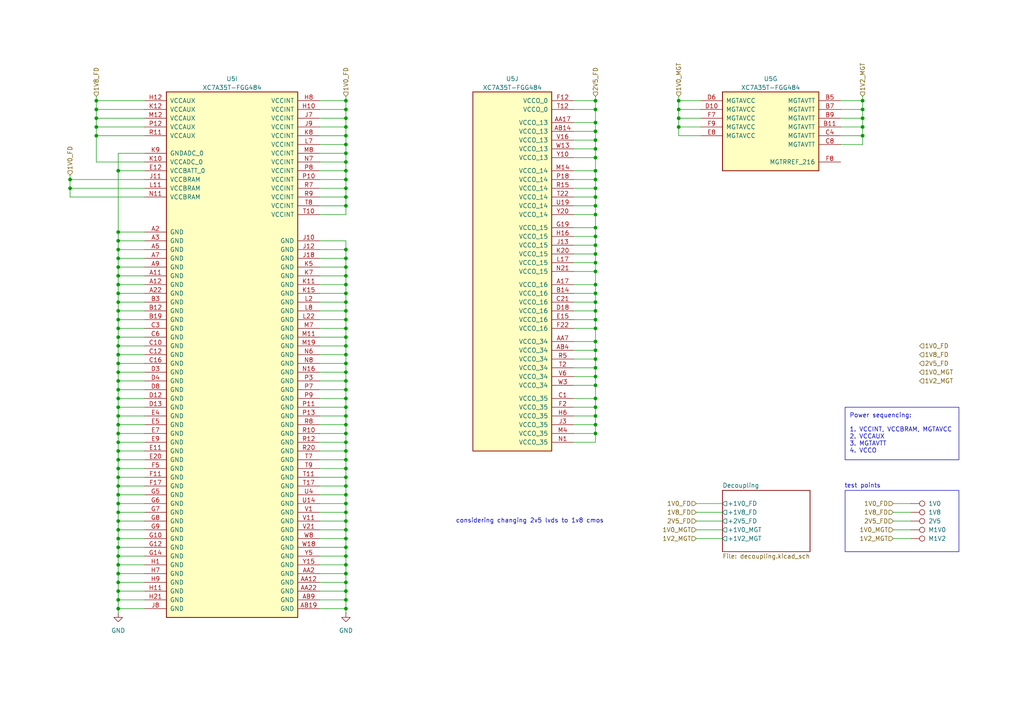
<source format=kicad_sch>
(kicad_sch (version 20250114) (generator "eeschema") (generator_version "9.0")
  (paper "A4")
  (title_block (title "RPi HwAB HAT+") (date "2025-08-23") (rev "01") (company "Andre S Winkel"))
  (rectangle (start 245.11 142.24) (end 278.13 160.02))
  (rectangle (start 245.11 118.11) (end 278.13 133.35))
  (text "considering changing 2v5 lvds to 1v8 cmos" (at 153.67 151.13 0) (effects (font (size 1.27 1.27))))
  (text "Power sequencing: \n\n1. VCCINT, VCCBRAM, MGTAVCC\n2. VCCAUX\n3. MGTAVTT\n4. VCCO" (at 246.38 125.73 0) (effects (font (size 1.27 1.27)) (justify left)))
  (text "test points" (at 250.19 140.97 0) (effects (font (size 1.27 1.27))))
  (junction (at 100.33 113.03))
  (junction (at 34.29 171.45))
  (junction (at 27.94 34.29))
  (junction (at 34.29 82.55))
  (junction (at 34.29 166.37))
  (junction (at 100.33 87.63))
  (junction (at 34.29 85.09))
  (junction (at 100.33 92.71))
  (junction (at 34.29 168.91))
  (junction (at 250.19 36.83))
  (junction (at 100.33 39.37))
  (junction (at 34.29 95.25))
  (junction (at 34.29 49.53))
  (junction (at 34.29 161.29))
  (junction (at 100.33 82.55))
  (junction (at 250.19 39.37))
  (junction (at 100.33 31.75))
  (junction (at 172.72 101.6))
  (junction (at 100.33 100.33))
  (junction (at 34.29 153.67))
  (junction (at 34.29 156.21))
  (junction (at 172.72 57.15))
  (junction (at 34.29 140.97))
  (junction (at 100.33 107.95))
  (junction (at 100.33 161.29))
  (junction (at 196.85 31.75))
  (junction (at 34.29 135.89))
  (junction (at 172.72 109.22))
  (junction (at 172.72 73.66))
  (junction (at 27.94 39.37))
  (junction (at 172.72 85.09))
  (junction (at 172.72 66.04))
  (junction (at 34.29 97.79))
  (junction (at 172.72 71.12))
  (junction (at 100.33 176.53))
  (junction (at 100.33 115.57))
  (junction (at 100.33 138.43))
  (junction (at 172.72 123.19))
  (junction (at 34.29 113.03))
  (junction (at 172.72 104.14))
  (junction (at 100.33 173.99))
  (junction (at 34.29 80.01))
  (junction (at 100.33 41.91))
  (junction (at 100.33 52.07))
  (junction (at 172.72 82.55))
  (junction (at 100.33 95.25))
  (junction (at 34.29 90.17))
  (junction (at 100.33 105.41))
  (junction (at 100.33 54.61))
  (junction (at 100.33 163.83))
  (junction (at 34.29 158.75))
  (junction (at 172.72 31.75))
  (junction (at 34.29 173.99))
  (junction (at 20.32 52.07))
  (junction (at 100.33 146.05))
  (junction (at 172.72 29.21))
  (junction (at 100.33 166.37))
  (junction (at 172.72 68.58))
  (junction (at 100.33 123.19))
  (junction (at 100.33 102.87))
  (junction (at 100.33 135.89))
  (junction (at 100.33 97.79))
  (junction (at 34.29 110.49))
  (junction (at 34.29 120.65))
  (junction (at 34.29 105.41))
  (junction (at 172.72 54.61))
  (junction (at 100.33 168.91))
  (junction (at 172.72 49.53))
  (junction (at 34.29 69.85))
  (junction (at 34.29 133.35))
  (junction (at 34.29 72.39))
  (junction (at 100.33 74.93))
  (junction (at 100.33 44.45))
  (junction (at 34.29 118.11))
  (junction (at 100.33 171.45))
  (junction (at 172.72 76.2))
  (junction (at 34.29 125.73))
  (junction (at 100.33 57.15))
  (junction (at 172.72 38.1))
  (junction (at 34.29 151.13))
  (junction (at 100.33 125.73))
  (junction (at 34.29 74.93))
  (junction (at 172.72 45.72))
  (junction (at 100.33 120.65))
  (junction (at 100.33 158.75))
  (junction (at 100.33 148.59))
  (junction (at 172.72 115.57))
  (junction (at 20.32 54.61))
  (junction (at 100.33 36.83))
  (junction (at 100.33 151.13))
  (junction (at 196.85 29.21))
  (junction (at 172.72 40.64))
  (junction (at 100.33 77.47))
  (junction (at 100.33 130.81))
  (junction (at 172.72 90.17))
  (junction (at 250.19 31.75))
  (junction (at 100.33 133.35))
  (junction (at 34.29 128.27))
  (junction (at 100.33 90.17))
  (junction (at 100.33 29.21))
  (junction (at 34.29 87.63))
  (junction (at 172.72 120.65))
  (junction (at 34.29 163.83))
  (junction (at 100.33 153.67))
  (junction (at 196.85 34.29))
  (junction (at 100.33 110.49))
  (junction (at 172.72 95.25))
  (junction (at 172.72 118.11))
  (junction (at 172.72 111.76))
  (junction (at 172.72 35.56))
  (junction (at 100.33 34.29))
  (junction (at 172.72 125.73))
  (junction (at 34.29 143.51))
  (junction (at 34.29 115.57))
  (junction (at 27.94 36.83))
  (junction (at 172.72 106.68))
  (junction (at 100.33 85.09))
  (junction (at 172.72 78.74))
  (junction (at 27.94 29.21))
  (junction (at 34.29 102.87))
  (junction (at 34.29 123.19))
  (junction (at 172.72 87.63))
  (junction (at 100.33 118.11))
  (junction (at 34.29 176.53))
  (junction (at 100.33 156.21))
  (junction (at 250.19 29.21))
  (junction (at 34.29 67.31))
  (junction (at 34.29 77.47))
  (junction (at 100.33 128.27))
  (junction (at 100.33 49.53))
  (junction (at 34.29 107.95))
  (junction (at 100.33 143.51))
  (junction (at 100.33 72.39))
  (junction (at 27.94 31.75))
  (junction (at 34.29 100.33))
  (junction (at 172.72 59.69))
  (junction (at 34.29 138.43))
  (junction (at 100.33 59.69))
  (junction (at 172.72 43.18))
  (junction (at 172.72 92.71))
  (junction (at 100.33 80.01))
  (junction (at 172.72 99.06))
  (junction (at 196.85 36.83))
  (junction (at 100.33 46.99))
  (junction (at 34.29 92.71))
  (junction (at 34.29 130.81))
  (junction (at 34.29 146.05))
  (junction (at 100.33 140.97))
  (junction (at 34.29 148.59))
  (junction (at 250.19 34.29))
  (junction (at 172.72 62.23))
  (junction (at 172.72 52.07))
  (wire (pts (xy 172.72 29.21) (xy 172.72 27.94)))
  (wire (pts (xy 100.33 39.37) (xy 100.33 36.83)))
  (wire (pts (xy 34.29 80.01) (xy 34.29 82.55)))
  (wire (pts (xy 100.33 125.73) (xy 100.33 128.27)))
  (wire (pts (xy 201.93 151.13) (xy 209.55 151.13)))
  (wire (pts (xy 92.71 54.61) (xy 100.33 54.61)))
  (wire (pts (xy 27.94 46.99) (xy 27.94 39.37)))
  (wire (pts (xy 100.33 128.27) (xy 92.71 128.27)))
  (wire (pts (xy 20.32 52.07) (xy 41.91 52.07)))
  (wire (pts (xy 34.29 148.59) (xy 34.29 151.13)))
  (wire (pts (xy 100.33 105.41) (xy 92.71 105.41)))
  (wire (pts (xy 172.72 85.09) (xy 166.37 85.09)))
  (wire (pts (xy 34.29 85.09) (xy 41.91 85.09)))
  (wire (pts (xy 172.72 120.65) (xy 172.72 118.11)))
  (wire (pts (xy 34.29 158.75) (xy 34.29 161.29)))
  (wire (pts (xy 92.71 31.75) (xy 100.33 31.75)))
  (wire (pts (xy 34.29 130.81) (xy 41.91 130.81)))
  (wire (pts (xy 34.29 146.05) (xy 34.29 148.59)))
  (wire (pts (xy 34.29 72.39) (xy 34.29 74.93)))
  (wire (pts (xy 100.33 138.43) (xy 92.71 138.43)))
  (wire (pts (xy 100.33 138.43) (xy 100.33 140.97)))
  (wire (pts (xy 172.72 52.07) (xy 166.37 52.07)))
  (wire (pts (xy 100.33 49.53) (xy 100.33 46.99)))
  (wire (pts (xy 172.72 71.12) (xy 166.37 71.12)))
  (wire (pts (xy 100.33 156.21) (xy 92.71 156.21)))
  (wire (pts (xy 172.72 43.18) (xy 172.72 40.64)))
  (wire (pts (xy 34.29 135.89) (xy 41.91 135.89)))
  (wire (pts (xy 243.84 31.75) (xy 250.19 31.75)))
  (wire (pts (xy 100.33 100.33) (xy 92.71 100.33)))
  (wire (pts (xy 172.72 106.68) (xy 166.37 106.68)))
  (wire (pts (xy 34.29 100.33) (xy 34.29 102.87)))
  (wire (pts (xy 100.33 146.05) (xy 92.71 146.05)))
  (wire (pts (xy 34.29 153.67) (xy 34.29 156.21)))
  (wire (pts (xy 34.29 118.11) (xy 34.29 120.65)))
  (wire (pts (xy 100.33 69.85) (xy 100.33 72.39)))
  (wire (pts (xy 34.29 110.49) (xy 34.29 113.03)))
  (wire (pts (xy 27.94 27.94) (xy 27.94 29.21)))
  (wire (pts (xy 100.33 95.25) (xy 100.33 97.79)))
  (wire (pts (xy 34.29 143.51) (xy 41.91 143.51)))
  (wire (pts (xy 243.84 39.37) (xy 250.19 39.37)))
  (wire (pts (xy 100.33 41.91) (xy 100.33 39.37)))
  (wire (pts (xy 34.29 97.79) (xy 34.29 100.33)))
  (wire (pts (xy 172.72 128.27) (xy 172.72 125.73)))
  (wire (pts (xy 34.29 77.47) (xy 34.29 80.01)))
  (wire (pts (xy 243.84 29.21) (xy 250.19 29.21)))
  (wire (pts (xy 92.71 69.85) (xy 100.33 69.85)))
  (wire (pts (xy 100.33 107.95) (xy 92.71 107.95)))
  (wire (pts (xy 100.33 44.45) (xy 100.33 41.91)))
  (wire (pts (xy 100.33 148.59) (xy 100.33 151.13)))
  (wire (pts (xy 172.72 85.09) (xy 172.72 82.55)))
  (wire (pts (xy 172.72 92.71) (xy 166.37 92.71)))
  (wire (pts (xy 172.72 68.58) (xy 172.72 66.04)))
  (wire (pts (xy 100.33 87.63) (xy 100.33 90.17)))
  (wire (pts (xy 34.29 161.29) (xy 41.91 161.29)))
  (wire (pts (xy 34.29 77.47) (xy 41.91 77.47)))
  (wire (pts (xy 27.94 39.37) (xy 41.91 39.37)))
  (wire (pts (xy 172.72 111.76) (xy 172.72 109.22)))
  (wire (pts (xy 100.33 161.29) (xy 92.71 161.29)))
  (wire (pts (xy 172.72 76.2) (xy 166.37 76.2)))
  (wire (pts (xy 92.71 46.99) (xy 100.33 46.99)))
  (wire (pts (xy 100.33 118.11) (xy 92.71 118.11)))
  (wire (pts (xy 34.29 151.13) (xy 34.29 153.67)))
  (wire (pts (xy 34.29 100.33) (xy 41.91 100.33)))
  (wire (pts (xy 259.08 148.59) (xy 264.16 148.59)))
  (wire (pts (xy 34.29 87.63) (xy 41.91 87.63)))
  (wire (pts (xy 100.33 57.15) (xy 100.33 54.61)))
  (wire (pts (xy 100.33 46.99) (xy 100.33 44.45)))
  (wire (pts (xy 166.37 29.21) (xy 172.72 29.21)))
  (wire (pts (xy 27.94 34.29) (xy 27.94 31.75)))
  (wire (pts (xy 196.85 29.21) (xy 203.2 29.21)))
  (wire (pts (xy 172.72 90.17) (xy 172.72 87.63)))
  (wire (pts (xy 100.33 72.39) (xy 92.71 72.39)))
  (wire (pts (xy 92.71 49.53) (xy 100.33 49.53)))
  (wire (pts (xy 34.29 125.73) (xy 34.29 128.27)))
  (wire (pts (xy 172.72 71.12) (xy 172.72 68.58)))
  (wire (pts (xy 100.33 156.21) (xy 100.33 158.75)))
  (wire (pts (xy 34.29 123.19) (xy 41.91 123.19)))
  (wire (pts (xy 34.29 69.85) (xy 34.29 72.39)))
  (wire (pts (xy 34.29 133.35) (xy 41.91 133.35)))
  (wire (pts (xy 100.33 123.19) (xy 92.71 123.19)))
  (wire (pts (xy 34.29 153.67) (xy 41.91 153.67)))
  (wire (pts (xy 34.29 113.03) (xy 34.29 115.57)))
  (wire (pts (xy 34.29 158.75) (xy 41.91 158.75)))
  (wire (pts (xy 34.29 143.51) (xy 34.29 146.05)))
  (wire (pts (xy 172.72 38.1) (xy 166.37 38.1)))
  (wire (pts (xy 34.29 173.99) (xy 41.91 173.99)))
  (wire (pts (xy 34.29 151.13) (xy 41.91 151.13)))
  (wire (pts (xy 172.72 62.23) (xy 166.37 62.23)))
  (wire (pts (xy 34.29 95.25) (xy 34.29 97.79)))
  (wire (pts (xy 34.29 105.41) (xy 41.91 105.41)))
  (wire (pts (xy 27.94 31.75) (xy 27.94 29.21)))
  (wire (pts (xy 100.33 74.93) (xy 92.71 74.93)))
  (wire (pts (xy 250.19 39.37) (xy 250.19 41.91)))
  (wire (pts (xy 34.29 74.93) (xy 41.91 74.93)))
  (wire (pts (xy 100.33 120.65) (xy 92.71 120.65)))
  (wire (pts (xy 172.72 57.15) (xy 172.72 54.61)))
  (wire (pts (xy 172.72 123.19) (xy 166.37 123.19)))
  (wire (pts (xy 166.37 31.75) (xy 172.72 31.75)))
  (wire (pts (xy 201.93 146.05) (xy 209.55 146.05)))
  (wire (pts (xy 92.71 59.69) (xy 100.33 59.69)))
  (wire (pts (xy 34.29 168.91) (xy 41.91 168.91)))
  (wire (pts (xy 100.33 77.47) (xy 92.71 77.47)))
  (wire (pts (xy 100.33 34.29) (xy 100.33 31.75)))
  (wire (pts (xy 100.33 90.17) (xy 100.33 92.71)))
  (wire (pts (xy 100.33 151.13) (xy 100.33 153.67)))
  (wire (pts (xy 34.29 156.21) (xy 41.91 156.21)))
  (wire (pts (xy 34.29 120.65) (xy 41.91 120.65)))
  (wire (pts (xy 100.33 146.05) (xy 100.33 148.59)))
  (wire (pts (xy 20.32 54.61) (xy 20.32 52.07)))
  (wire (pts (xy 34.29 118.11) (xy 41.91 118.11)))
  (wire (pts (xy 196.85 31.75) (xy 196.85 34.29)))
  (wire (pts (xy 100.33 158.75) (xy 100.33 161.29)))
  (wire (pts (xy 172.72 35.56) (xy 172.72 31.75)))
  (wire (pts (xy 41.91 67.31) (xy 34.29 67.31)))
  (wire (pts (xy 172.72 45.72) (xy 166.37 45.72)))
  (wire (pts (xy 100.33 120.65) (xy 100.33 123.19)))
  (wire (pts (xy 34.29 176.53) (xy 34.29 177.8)))
  (wire (pts (xy 100.33 82.55) (xy 92.71 82.55)))
  (wire (pts (xy 100.33 100.33) (xy 100.33 102.87)))
  (wire (pts (xy 100.33 113.03) (xy 92.71 113.03)))
  (wire (pts (xy 34.29 90.17) (xy 34.29 92.71)))
  (wire (pts (xy 172.72 43.18) (xy 166.37 43.18)))
  (wire (pts (xy 250.19 34.29) (xy 250.19 36.83)))
  (wire (pts (xy 34.29 113.03) (xy 41.91 113.03)))
  (wire (pts (xy 34.29 82.55) (xy 41.91 82.55)))
  (wire (pts (xy 172.72 90.17) (xy 166.37 90.17)))
  (wire (pts (xy 34.29 168.91) (xy 34.29 171.45)))
  (wire (pts (xy 34.29 166.37) (xy 41.91 166.37)))
  (wire (pts (xy 201.93 156.21) (xy 209.55 156.21)))
  (wire (pts (xy 27.94 29.21) (xy 41.91 29.21)))
  (wire (pts (xy 100.33 110.49) (xy 100.33 113.03)))
  (wire (pts (xy 172.72 49.53) (xy 172.72 45.72)))
  (wire (pts (xy 196.85 34.29) (xy 203.2 34.29)))
  (wire (pts (xy 172.72 109.22) (xy 166.37 109.22)))
  (wire (pts (xy 172.72 49.53) (xy 166.37 49.53)))
  (wire (pts (xy 100.33 59.69) (xy 100.33 57.15)))
  (wire (pts (xy 34.29 133.35) (xy 34.29 135.89)))
  (wire (pts (xy 100.33 163.83) (xy 100.33 166.37)))
  (wire (pts (xy 100.33 135.89) (xy 100.33 138.43)))
  (wire (pts (xy 20.32 52.07) (xy 20.32 50.8)))
  (wire (pts (xy 100.33 90.17) (xy 92.71 90.17)))
  (wire (pts (xy 92.71 57.15) (xy 100.33 57.15)))
  (wire (pts (xy 100.33 85.09) (xy 100.33 87.63)))
  (wire (pts (xy 100.33 148.59) (xy 92.71 148.59)))
  (wire (pts (xy 172.72 40.64) (xy 172.72 38.1)))
  (wire (pts (xy 100.33 123.19) (xy 100.33 125.73)))
  (wire (pts (xy 34.29 92.71) (xy 41.91 92.71)))
  (wire (pts (xy 172.72 57.15) (xy 166.37 57.15)))
  (wire (pts (xy 172.72 95.25) (xy 172.72 92.71)))
  (wire (pts (xy 172.72 54.61) (xy 172.72 52.07)))
  (wire (pts (xy 243.84 41.91) (xy 250.19 41.91)))
  (wire (pts (xy 34.29 67.31) (xy 34.29 69.85)))
  (wire (pts (xy 172.72 115.57) (xy 172.72 111.76)))
  (wire (pts (xy 100.33 140.97) (xy 100.33 143.51)))
  (wire (pts (xy 100.33 166.37) (xy 92.71 166.37)))
  (wire (pts (xy 34.29 102.87) (xy 41.91 102.87)))
  (wire (pts (xy 100.33 130.81) (xy 92.71 130.81)))
  (wire (pts (xy 34.29 135.89) (xy 34.29 138.43)))
  (wire (pts (xy 100.33 31.75) (xy 100.33 29.21)))
  (wire (pts (xy 92.71 34.29) (xy 100.33 34.29)))
  (wire (pts (xy 259.08 151.13) (xy 264.16 151.13)))
  (wire (pts (xy 100.33 173.99) (xy 92.71 173.99)))
  (wire (pts (xy 196.85 36.83) (xy 203.2 36.83)))
  (wire (pts (xy 172.72 78.74) (xy 172.72 76.2)))
  (wire (pts (xy 172.72 87.63) (xy 172.72 85.09)))
  (wire (pts (xy 100.33 54.61) (xy 100.33 52.07)))
  (wire (pts (xy 20.32 57.15) (xy 41.91 57.15)))
  (wire (pts (xy 100.33 171.45) (xy 100.33 173.99)))
  (wire (pts (xy 243.84 34.29) (xy 250.19 34.29)))
  (wire (pts (xy 196.85 29.21) (xy 196.85 31.75)))
  (wire (pts (xy 34.29 87.63) (xy 34.29 90.17)))
  (wire (pts (xy 100.33 171.45) (xy 92.71 171.45)))
  (wire (pts (xy 172.72 68.58) (xy 166.37 68.58)))
  (wire (pts (xy 41.91 49.53) (xy 34.29 49.53)))
  (wire (pts (xy 100.33 113.03) (xy 100.33 115.57)))
  (wire (pts (xy 100.33 166.37) (xy 100.33 168.91)))
  (wire (pts (xy 243.84 36.83) (xy 250.19 36.83)))
  (wire (pts (xy 172.72 35.56) (xy 166.37 35.56)))
  (wire (pts (xy 27.94 31.75) (xy 41.91 31.75)))
  (wire (pts (xy 100.33 97.79) (xy 100.33 100.33)))
  (wire (pts (xy 172.72 111.76) (xy 166.37 111.76)))
  (wire (pts (xy 100.33 125.73) (xy 92.71 125.73)))
  (wire (pts (xy 100.33 110.49) (xy 92.71 110.49)))
  (wire (pts (xy 172.72 125.73) (xy 172.72 123.19)))
  (wire (pts (xy 100.33 85.09) (xy 92.71 85.09)))
  (wire (pts (xy 100.33 115.57) (xy 92.71 115.57)))
  (wire (pts (xy 34.29 49.53) (xy 34.29 67.31)))
  (wire (pts (xy 34.29 156.21) (xy 34.29 158.75)))
  (wire (pts (xy 250.19 27.94) (xy 250.19 29.21)))
  (wire (pts (xy 172.72 62.23) (xy 172.72 59.69)))
  (wire (pts (xy 92.71 29.21) (xy 100.33 29.21)))
  (wire (pts (xy 172.72 59.69) (xy 172.72 57.15)))
  (wire (pts (xy 100.33 176.53) (xy 92.71 176.53)))
  (wire (pts (xy 196.85 39.37) (xy 203.2 39.37)))
  (wire (pts (xy 172.72 123.19) (xy 172.72 120.65)))
  (wire (pts (xy 100.33 77.47) (xy 100.33 80.01)))
  (wire (pts (xy 100.33 140.97) (xy 92.71 140.97)))
  (wire (pts (xy 100.33 27.94) (xy 100.33 29.21)))
  (wire (pts (xy 172.72 82.55) (xy 172.72 78.74)))
  (wire (pts (xy 196.85 36.83) (xy 196.85 39.37)))
  (wire (pts (xy 34.29 123.19) (xy 34.29 125.73)))
  (wire (pts (xy 172.72 40.64) (xy 166.37 40.64)))
  (wire (pts (xy 172.72 104.14) (xy 166.37 104.14)))
  (wire (pts (xy 100.33 92.71) (xy 92.71 92.71)))
  (wire (pts (xy 100.33 168.91) (xy 92.71 168.91)))
  (wire (pts (xy 92.71 62.23) (xy 100.33 62.23)))
  (wire (pts (xy 34.29 140.97) (xy 41.91 140.97)))
  (wire (pts (xy 34.29 74.93) (xy 34.29 77.47)))
  (wire (pts (xy 100.33 72.39) (xy 100.33 74.93)))
  (wire (pts (xy 34.29 148.59) (xy 41.91 148.59)))
  (wire (pts (xy 100.33 168.91) (xy 100.33 171.45)))
  (wire (pts (xy 34.29 107.95) (xy 41.91 107.95)))
  (wire (pts (xy 100.33 107.95) (xy 100.33 110.49)))
  (wire (pts (xy 34.29 115.57) (xy 34.29 118.11)))
  (wire (pts (xy 250.19 29.21) (xy 250.19 31.75)))
  (wire (pts (xy 196.85 34.29) (xy 196.85 36.83)))
  (wire (pts (xy 201.93 148.59) (xy 209.55 148.59)))
  (wire (pts (xy 172.72 101.6) (xy 166.37 101.6)))
  (wire (pts (xy 100.33 158.75) (xy 92.71 158.75)))
  (wire (pts (xy 172.72 59.69) (xy 166.37 59.69)))
  (wire (pts (xy 172.72 87.63) (xy 166.37 87.63)))
  (wire (pts (xy 100.33 80.01) (xy 100.33 82.55)))
  (wire (pts (xy 34.29 85.09) (xy 34.29 87.63)))
  (wire (pts (xy 100.33 36.83) (xy 100.33 34.29)))
  (wire (pts (xy 34.29 173.99) (xy 34.29 176.53)))
  (wire (pts (xy 100.33 161.29) (xy 100.33 163.83)))
  (wire (pts (xy 196.85 27.94) (xy 196.85 29.21)))
  (wire (pts (xy 34.29 102.87) (xy 34.29 105.41)))
  (wire (pts (xy 100.33 97.79) (xy 92.71 97.79)))
  (wire (pts (xy 27.94 36.83) (xy 41.91 36.83)))
  (wire (pts (xy 34.29 128.27) (xy 34.29 130.81)))
  (wire (pts (xy 172.72 78.74) (xy 166.37 78.74)))
  (wire (pts (xy 100.33 163.83) (xy 92.71 163.83)))
  (wire (pts (xy 250.19 36.83) (xy 250.19 39.37)))
  (wire (pts (xy 34.29 146.05) (xy 41.91 146.05)))
  (wire (pts (xy 100.33 176.53) (xy 100.33 177.8)))
  (wire (pts (xy 34.29 130.81) (xy 34.29 133.35)))
  (wire (pts (xy 172.72 115.57) (xy 166.37 115.57)))
  (wire (pts (xy 41.91 46.99) (xy 27.94 46.99)))
  (wire (pts (xy 100.33 153.67) (xy 92.71 153.67)))
  (wire (pts (xy 34.29 105.41) (xy 34.29 107.95)))
  (wire (pts (xy 100.33 173.99) (xy 100.33 176.53)))
  (wire (pts (xy 34.29 138.43) (xy 41.91 138.43)))
  (wire (pts (xy 100.33 102.87) (xy 100.33 105.41)))
  (wire (pts (xy 100.33 74.93) (xy 100.33 77.47)))
  (wire (pts (xy 172.72 54.61) (xy 166.37 54.61)))
  (wire (pts (xy 259.08 153.67) (xy 264.16 153.67)))
  (wire (pts (xy 34.29 107.95) (xy 34.29 110.49)))
  (wire (pts (xy 100.33 143.51) (xy 100.33 146.05)))
  (wire (pts (xy 172.72 109.22) (xy 172.72 106.68)))
  (wire (pts (xy 172.72 101.6) (xy 172.72 99.06)))
  (wire (pts (xy 20.32 57.15) (xy 20.32 54.61)))
  (wire (pts (xy 34.29 72.39) (xy 41.91 72.39)))
  (wire (pts (xy 100.33 95.25) (xy 92.71 95.25)))
  (wire (pts (xy 34.29 90.17) (xy 41.91 90.17)))
  (wire (pts (xy 172.72 106.68) (xy 172.72 104.14)))
  (wire (pts (xy 100.33 135.89) (xy 92.71 135.89)))
  (wire (pts (xy 34.29 80.01) (xy 41.91 80.01)))
  (wire (pts (xy 201.93 153.67) (xy 209.55 153.67)))
  (wire (pts (xy 34.29 171.45) (xy 41.91 171.45)))
  (wire (pts (xy 34.29 161.29) (xy 34.29 163.83)))
  (wire (pts (xy 100.33 92.71) (xy 100.33 95.25)))
  (wire (pts (xy 259.08 146.05) (xy 264.16 146.05)))
  (wire (pts (xy 172.72 82.55) (xy 166.37 82.55)))
  (wire (pts (xy 41.91 44.45) (xy 34.29 44.45)))
  (wire (pts (xy 172.72 125.73) (xy 166.37 125.73)))
  (wire (pts (xy 34.29 69.85) (xy 41.91 69.85)))
  (wire (pts (xy 34.29 163.83) (xy 41.91 163.83)))
  (wire (pts (xy 92.71 41.91) (xy 100.33 41.91)))
  (wire (pts (xy 100.33 115.57) (xy 100.33 118.11)))
  (wire (pts (xy 172.72 66.04) (xy 172.72 62.23)))
  (wire (pts (xy 34.29 125.73) (xy 41.91 125.73)))
  (wire (pts (xy 172.72 118.11) (xy 166.37 118.11)))
  (wire (pts (xy 34.29 171.45) (xy 34.29 173.99)))
  (wire (pts (xy 100.33 151.13) (xy 92.71 151.13)))
  (wire (pts (xy 92.71 36.83) (xy 100.33 36.83)))
  (wire (pts (xy 34.29 140.97) (xy 34.29 143.51)))
  (wire (pts (xy 172.72 99.06) (xy 172.72 95.25)))
  (wire (pts (xy 34.29 176.53) (xy 41.91 176.53)))
  (wire (pts (xy 172.72 128.27) (xy 166.37 128.27)))
  (wire (pts (xy 172.72 92.71) (xy 172.72 90.17)))
  (wire (pts (xy 92.71 44.45) (xy 100.33 44.45)))
  (wire (pts (xy 100.33 62.23) (xy 100.33 59.69)))
  (wire (pts (xy 100.33 153.67) (xy 100.33 156.21)))
  (wire (pts (xy 34.29 138.43) (xy 34.29 140.97)))
  (wire (pts (xy 172.72 120.65) (xy 166.37 120.65)))
  (wire (pts (xy 34.29 82.55) (xy 34.29 85.09)))
  (wire (pts (xy 27.94 39.37) (xy 27.94 36.83)))
  (wire (pts (xy 100.33 133.35) (xy 92.71 133.35)))
  (wire (pts (xy 100.33 52.07) (xy 100.33 49.53)))
  (wire (pts (xy 34.29 92.71) (xy 34.29 95.25)))
  (wire (pts (xy 20.32 54.61) (xy 41.91 54.61)))
  (wire (pts (xy 100.33 102.87) (xy 92.71 102.87)))
  (wire (pts (xy 27.94 34.29) (xy 41.91 34.29)))
  (wire (pts (xy 100.33 118.11) (xy 100.33 120.65)))
  (wire (pts (xy 34.29 120.65) (xy 34.29 123.19)))
  (wire (pts (xy 34.29 128.27) (xy 41.91 128.27)))
  (wire (pts (xy 172.72 104.14) (xy 172.72 101.6)))
  (wire (pts (xy 100.33 128.27) (xy 100.33 130.81)))
  (wire (pts (xy 259.08 156.21) (xy 264.16 156.21)))
  (wire (pts (xy 172.72 99.06) (xy 166.37 99.06)))
  (wire (pts (xy 100.33 105.41) (xy 100.33 107.95)))
  (wire (pts (xy 34.29 97.79) (xy 41.91 97.79)))
  (wire (pts (xy 34.29 115.57) (xy 41.91 115.57)))
  (wire (pts (xy 172.72 38.1) (xy 172.72 35.56)))
  (wire (pts (xy 100.33 133.35) (xy 100.33 135.89)))
  (wire (pts (xy 172.72 76.2) (xy 172.72 73.66)))
  (wire (pts (xy 34.29 95.25) (xy 41.91 95.25)))
  (wire (pts (xy 92.71 52.07) (xy 100.33 52.07)))
  (wire (pts (xy 172.72 73.66) (xy 166.37 73.66)))
  (wire (pts (xy 92.71 39.37) (xy 100.33 39.37)))
  (wire (pts (xy 250.19 31.75) (xy 250.19 34.29)))
  (wire (pts (xy 34.29 110.49) (xy 41.91 110.49)))
  (wire (pts (xy 172.72 118.11) (xy 172.72 115.57)))
  (wire (pts (xy 172.72 73.66) (xy 172.72 71.12)))
  (wire (pts (xy 172.72 52.07) (xy 172.72 49.53)))
  (wire (pts (xy 172.72 45.72) (xy 172.72 43.18)))
  (wire (pts (xy 100.33 80.01) (xy 92.71 80.01)))
  (wire (pts (xy 196.85 31.75) (xy 203.2 31.75)))
  (wire (pts (xy 172.72 66.04) (xy 166.37 66.04)))
  (wire (pts (xy 34.29 166.37) (xy 34.29 168.91)))
  (wire (pts (xy 100.33 130.81) (xy 100.33 133.35)))
  (wire (pts (xy 172.72 95.25) (xy 166.37 95.25)))
  (wire (pts (xy 100.33 87.63) (xy 92.71 87.63)))
  (wire (pts (xy 100.33 82.55) (xy 100.33 85.09)))
  (wire (pts (xy 100.33 143.51) (xy 92.71 143.51)))
  (wire (pts (xy 27.94 36.83) (xy 27.94 34.29)))
  (wire (pts (xy 34.29 44.45) (xy 34.29 49.53)))
  (wire (pts (xy 34.29 163.83) (xy 34.29 166.37)))
  (wire (pts (xy 172.72 31.75) (xy 172.72 29.21)))
  (hierarchical_label "1V0_MGT" (shape input) (at 259.08 153.67 180))
  (hierarchical_label "1V8_FD" (shape input) (at 266.7 102.87 0))
  (hierarchical_label "1V2_MGT" (shape input) (at 250.19 27.94 90))
  (hierarchical_label "1V0_MGT" (shape input) (at 196.85 27.94 90))
  (hierarchical_label "1V0_MGT" (shape input) (at 266.7 107.95 0))
  (hierarchical_label "1V0_MGT" (shape input) (at 201.93 153.67 180))
  (hierarchical_label "1V8_FD" (shape input) (at 201.93 148.59 180))
  (hierarchical_label "1V0_FD" (shape input) (at 100.33 27.94 90))
  (hierarchical_label "1V0_FD" (shape input) (at 266.7 100.33 0))
  (hierarchical_label "2V5_FD" (shape input) (at 266.7 105.41 0))
  (hierarchical_label "1V0_FD" (shape input) (at 20.32 50.8 90))
  (hierarchical_label "1V2_MGT" (shape input) (at 259.08 156.21 180))
  (hierarchical_label "2V5_FD" (shape input) (at 172.72 27.94 90))
  (hierarchical_label "1V2_MGT" (shape input) (at 201.93 156.21 180))
  (hierarchical_label "1V8_FD" (shape input) (at 259.08 148.59 180))
  (hierarchical_label "1V0_FD" (shape input) (at 201.93 146.05 180))
  (hierarchical_label "2V5_FD" (shape input) (at 201.93 151.13 180))
  (hierarchical_label "1V2_MGT" (shape input) (at 266.7 110.49 0))
  (hierarchical_label "1V0_FD" (shape input) (at 259.08 146.05 180))
  (hierarchical_label "1V8_FD" (shape input) (at 27.94 27.94 90))
  (hierarchical_label "2V5_FD" (shape input) (at 259.08 151.13 180))
  (symbol (lib_id "Connector:TestPoint") (at 264.16 146.05 270) (unit 1)
    (property "Reference" "1V0" (at 269.24 146.05 90) (effects (justify left)))
    (property "Value" "TestPoint" (effects (hide yes)))
    (property "Footprint" "TestPoint:TestPoint_Pad_D1.0mm" (effects (hide yes)))
    (property "Description" "test point" (effects (hide yes)))
  )
  (symbol (lib_id "power:GND") (at 100.33 177.8 0) (unit 1)
    (property "Reference" "#PWR013" (effects (hide yes)))
    (property "Value" "GND" (at 100.33 182.88 0))
    (property "Description" "Power symbol creates a global label with name \"GND\" , ground" (effects (hide yes)))
  )
  (symbol (lib_id "Connector:TestPoint") (at 264.16 151.13 270) (unit 1)
    (property "Reference" "2V5" (at 269.24 151.13 90) (effects (justify left)))
    (property "Value" "TestPoint" (effects (hide yes)))
    (property "Footprint" "TestPoint:TestPoint_Pad_D1.0mm" (effects (hide yes)))
    (property "Description" "test point" (effects (hide yes)))
  )
  (symbol (lib_id "Connector:TestPoint") (at 264.16 156.21 270) (unit 1)
    (property "Reference" "M1V2" (at 269.24 156.21 90) (effects (justify left)))
    (property "Value" "TestPoint" (effects (hide yes)))
    (property "Footprint" "TestPoint:TestPoint_Pad_D1.0mm" (effects (hide yes)))
    (property "Description" "test point" (effects (hide yes)))
  )
  (symbol (lib_id "FPGA_Xilinx_Artix7:XC7A35T-FGG484") (at 223.52 38.1 0) (unit 7)
    (property "Reference" "U5" (at 223.52 22.86 0))
    (property "Value" "XC7A35T-FGG484" (at 223.52 25.4 0))
    (property "Footprint" "Package_BGA:Xilinx_FGG484" (effects (hide yes)))
    (property "Description" "Artix 7 T 35 XC7A35T-FGG484" (effects (hide yes)))
  )
  (symbol (lib_id "Connector:TestPoint") (at 264.16 153.67 270) (unit 1)
    (property "Reference" "M1V0" (at 269.24 153.67 90) (effects (justify left)))
    (property "Value" "TestPoint" (effects (hide yes)))
    (property "Footprint" "TestPoint:TestPoint_Pad_D1.0mm" (effects (hide yes)))
    (property "Description" "test point" (effects (hide yes)))
  )
  (symbol (lib_id "FPGA_Xilinx_Artix7:XC7A35T-FGG484") (at 148.59 78.74 0) (unit 10)
    (property "Reference" "U5" (at 148.59 22.86 0))
    (property "Value" "XC7A35T-FGG484" (at 148.59 25.4 0))
    (property "Footprint" "Package_BGA:Xilinx_FGG484" (effects (hide yes)))
    (property "Description" "Artix 7 T 35 XC7A35T-FGG484" (effects (hide yes)))
  )
  (symbol (lib_id "power:GND") (at 34.29 177.8 0) (unit 1)
    (property "Reference" "#PWR011" (effects (hide yes)))
    (property "Value" "GND" (at 34.29 182.88 0))
    (property "Description" "Power symbol creates a global label with name \"GND\" , ground" (effects (hide yes)))
  )
  (symbol (lib_id "FPGA_Xilinx_Artix7:XC7A35T-FGG484") (at 67.31 102.87 0) (unit 9)
    (property "Reference" "U5" (at 67.31 22.86 0))
    (property "Value" "XC7A35T-FGG484" (at 67.31 25.4 0))
    (property "Footprint" "Package_BGA:Xilinx_FGG484" (effects (hide yes)))
    (property "Description" "Artix 7 T 35 XC7A35T-FGG484" (effects (hide yes)))
  )
  (symbol (lib_id "Connector:TestPoint") (at 264.16 148.59 270) (unit 1)
    (property "Reference" "1V8" (at 269.24 148.59 90) (effects (justify left)))
    (property "Value" "TestPoint" (effects (hide yes)))
    (property "Footprint" "TestPoint:TestPoint_Pad_D1.0mm" (effects (hide yes)))
    (property "Description" "test point" (effects (hide yes)))
  )
  (sheet (at 209.55 142.24) (size 25.4 17.78) (stroke (width 0.1524))
    (property "Sheetname" "Decoupling" (at 209.55 141.5284 0) (effects (justify left bottom)))
    (property "Sheetfile" "decoupling.kicad_sch" (at 209.55 160.6046 0) (effects (justify left top)))
    (pin "+1V0_FD" output (at 209.55 146.05 180))
    (pin "+1V0_MGT" output (at 209.55 153.67 180))
    (pin "+1V2_MGT" output (at 209.55 156.21 180))
    (pin "+1V8_FD" output (at 209.55 148.59 180))
    (pin "+2V5_FD" output (at 209.55 151.13 180))
  )
)
</source>
